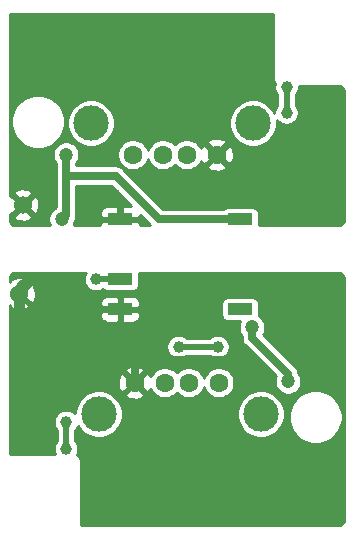
<source format=gbr>
G04 #@! TF.GenerationSoftware,KiCad,Pcbnew,5.1.5+dfsg1-2build2*
G04 #@! TF.CreationDate,2021-01-26T01:31:42+03:00*
G04 #@! TF.ProjectId,usb_ISO,7573625f-4953-44f2-9e6b-696361645f70,rev?*
G04 #@! TF.SameCoordinates,Original*
G04 #@! TF.FileFunction,Copper,L2,Bot*
G04 #@! TF.FilePolarity,Positive*
%FSLAX46Y46*%
G04 Gerber Fmt 4.6, Leading zero omitted, Abs format (unit mm)*
G04 Created by KiCad (PCBNEW 5.1.5+dfsg1-2build2) date 2021-01-26 01:31:42*
%MOMM*%
%LPD*%
G04 APERTURE LIST*
%ADD10R,2.100580X1.000760*%
%ADD11C,2.999740*%
%ADD12C,1.600000*%
%ADD13C,1.524000*%
%ADD14C,1.200000*%
%ADD15C,1.000000*%
%ADD16C,1.000000*%
%ADD17C,0.700000*%
%ADD18C,0.500000*%
%ADD19C,0.900000*%
%ADD20C,0.254000*%
G04 APERTURE END LIST*
D10*
X120015000Y-91440000D03*
X120015000Y-83820000D03*
X109855000Y-83820000D03*
X109855000Y-88900000D03*
X109855000Y-91440000D03*
D11*
X121762000Y-100313000D03*
X108046000Y-100313000D03*
D12*
X118206000Y-97646000D03*
X115666000Y-97646000D03*
X113634000Y-97646000D03*
X111094000Y-97646000D03*
X118046500Y-78342000D03*
X115506500Y-78342000D03*
X113474500Y-78342000D03*
X110934500Y-78342000D03*
D11*
X121094500Y-75675000D03*
X107378500Y-75675000D03*
D13*
X101623000Y-82610000D03*
X101323000Y-90110000D03*
D14*
X103886000Y-95123000D03*
X102235000Y-100965000D03*
X119761000Y-94615000D03*
X121031000Y-92964000D03*
X124079000Y-97536000D03*
X105283000Y-78359000D03*
X104902000Y-83820000D03*
X125476000Y-80899000D03*
X120396000Y-81915000D03*
X127127000Y-74803000D03*
X108839000Y-81534000D03*
D15*
X123952000Y-72644000D03*
X123952000Y-74803000D03*
X107823000Y-88900000D03*
X114808000Y-94615000D03*
X118110000Y-94615000D03*
X105283000Y-103251000D03*
X105283000Y-100965000D03*
D16*
X102108000Y-100838000D02*
X102235000Y-100965000D01*
D17*
X113538000Y-95758000D02*
X119380000Y-95758000D01*
X119761000Y-95377000D02*
X119761000Y-94615000D01*
X119380000Y-95758000D02*
X119761000Y-95377000D01*
X113538000Y-95758000D02*
X106299000Y-95758000D01*
X106299000Y-95758000D02*
X104394000Y-95758000D01*
X104394000Y-95758000D02*
X103886000Y-95250000D01*
X103886000Y-95250000D02*
X103886000Y-95123000D01*
X111094000Y-97646000D02*
X111094000Y-95789000D01*
X111094000Y-95789000D02*
X111125000Y-95758000D01*
D18*
X106018710Y-89154000D02*
X101600000Y-89154000D01*
X101323000Y-89431000D02*
X101323000Y-90110000D01*
X108304710Y-91440000D02*
X106018710Y-89154000D01*
X101600000Y-89154000D02*
X101323000Y-89431000D01*
X109855000Y-91440000D02*
X108304710Y-91440000D01*
D19*
X101323000Y-90110000D02*
X101323000Y-99989500D01*
X101323000Y-99989500D02*
X102235000Y-100901500D01*
X103886000Y-95123000D02*
X101346000Y-95123000D01*
D17*
X121031000Y-92964000D02*
X121031000Y-93853000D01*
X121031000Y-93853000D02*
X124079000Y-96901000D01*
X124079000Y-96901000D02*
X124079000Y-97409000D01*
X124079000Y-97409000D02*
X124079000Y-97536000D01*
X105283000Y-83439000D02*
X104902000Y-83820000D01*
X105283000Y-78359000D02*
X105283000Y-83439000D01*
X120015000Y-83820000D02*
X114935000Y-83820000D01*
X107315000Y-80137000D02*
X109474000Y-80137000D01*
X107315000Y-80137000D02*
X105283000Y-80137000D01*
X109474000Y-80137000D02*
X113157000Y-83820000D01*
X113157000Y-83820000D02*
X115570000Y-83820000D01*
D18*
X109855000Y-83820000D02*
X109855000Y-81915000D01*
X109474000Y-81534000D02*
X108839000Y-81534000D01*
X109855000Y-81915000D02*
X109474000Y-81534000D01*
D16*
X127127000Y-74803000D02*
X127127000Y-80010000D01*
X127127000Y-80010000D02*
X126365000Y-80772000D01*
X126365000Y-80858528D02*
X126324528Y-80899000D01*
X126365000Y-80772000D02*
X126365000Y-80858528D01*
X126324528Y-80899000D02*
X125476000Y-80899000D01*
X125476000Y-80899000D02*
X120904000Y-80899000D01*
X120904000Y-80899000D02*
X120396000Y-81407000D01*
X120396000Y-81407000D02*
X120396000Y-81788000D01*
D18*
X123952000Y-72644000D02*
X123952000Y-74803000D01*
X109855000Y-88900000D02*
X107823000Y-88900000D01*
X114808000Y-94615000D02*
X118110000Y-94615000D01*
X105283000Y-103251000D02*
X105283000Y-100965000D01*
D20*
G36*
X110778791Y-82682056D02*
G01*
X110140750Y-82684620D01*
X109982000Y-82843370D01*
X109982000Y-83693000D01*
X111381540Y-83693000D01*
X111540290Y-83534250D01*
X111541570Y-83444835D01*
X112424735Y-84328000D01*
X111542612Y-84328000D01*
X111543362Y-84320380D01*
X111540290Y-84105750D01*
X111381540Y-83947000D01*
X109982000Y-83947000D01*
X109982000Y-83967000D01*
X109728000Y-83967000D01*
X109728000Y-83947000D01*
X108328460Y-83947000D01*
X108169710Y-84105750D01*
X108166638Y-84320380D01*
X108167388Y-84328000D01*
X105911435Y-84328000D01*
X105985690Y-84148734D01*
X106029000Y-83931000D01*
X106029000Y-83903760D01*
X106097162Y-83776237D01*
X106147310Y-83610922D01*
X106160000Y-83482079D01*
X106160000Y-83482070D01*
X106164242Y-83439001D01*
X106160000Y-83395931D01*
X106160000Y-83319620D01*
X108166638Y-83319620D01*
X108169710Y-83534250D01*
X108328460Y-83693000D01*
X109728000Y-83693000D01*
X109728000Y-82843370D01*
X109569250Y-82684620D01*
X108804710Y-82681548D01*
X108680228Y-82693808D01*
X108560530Y-82730118D01*
X108450216Y-82789083D01*
X108353525Y-82868435D01*
X108274173Y-82965126D01*
X108215208Y-83075440D01*
X108178898Y-83195138D01*
X108166638Y-83319620D01*
X106160000Y-83319620D01*
X106160000Y-81014000D01*
X109110735Y-81014000D01*
X110778791Y-82682056D01*
G37*
X110778791Y-82682056D02*
X110140750Y-82684620D01*
X109982000Y-82843370D01*
X109982000Y-83693000D01*
X111381540Y-83693000D01*
X111540290Y-83534250D01*
X111541570Y-83444835D01*
X112424735Y-84328000D01*
X111542612Y-84328000D01*
X111543362Y-84320380D01*
X111540290Y-84105750D01*
X111381540Y-83947000D01*
X109982000Y-83947000D01*
X109982000Y-83967000D01*
X109728000Y-83967000D01*
X109728000Y-83947000D01*
X108328460Y-83947000D01*
X108169710Y-84105750D01*
X108166638Y-84320380D01*
X108167388Y-84328000D01*
X105911435Y-84328000D01*
X105985690Y-84148734D01*
X106029000Y-83931000D01*
X106029000Y-83903760D01*
X106097162Y-83776237D01*
X106147310Y-83610922D01*
X106160000Y-83482079D01*
X106160000Y-83482070D01*
X106164242Y-83439001D01*
X106160000Y-83395931D01*
X106160000Y-83319620D01*
X108166638Y-83319620D01*
X108169710Y-83534250D01*
X108328460Y-83693000D01*
X109728000Y-83693000D01*
X109728000Y-82843370D01*
X109569250Y-82684620D01*
X108804710Y-82681548D01*
X108680228Y-82693808D01*
X108560530Y-82730118D01*
X108450216Y-82789083D01*
X108353525Y-82868435D01*
X108274173Y-82965126D01*
X108215208Y-83075440D01*
X108178898Y-83195138D01*
X108166638Y-83319620D01*
X106160000Y-83319620D01*
X106160000Y-81014000D01*
X109110735Y-81014000D01*
X110778791Y-82682056D01*
G36*
X122773000Y-71769206D02*
G01*
X122769967Y-71800000D01*
X122782073Y-71922913D01*
X122817925Y-72041103D01*
X122876147Y-72150028D01*
X122925557Y-72210235D01*
X122954499Y-72245501D01*
X122992522Y-72276705D01*
X122964467Y-72344435D01*
X122925000Y-72542849D01*
X122925000Y-72745151D01*
X122964467Y-72943565D01*
X123041885Y-73130467D01*
X123154277Y-73298674D01*
X123175000Y-73319397D01*
X123175001Y-74127602D01*
X123154277Y-74148326D01*
X123041885Y-74316533D01*
X122964467Y-74503435D01*
X122925000Y-74701849D01*
X122925000Y-74797751D01*
X122890689Y-74714917D01*
X122668873Y-74382946D01*
X122386554Y-74100627D01*
X122054583Y-73878811D01*
X121685716Y-73726022D01*
X121294129Y-73648130D01*
X120894871Y-73648130D01*
X120503284Y-73726022D01*
X120134417Y-73878811D01*
X119802446Y-74100627D01*
X119520127Y-74382946D01*
X119298311Y-74714917D01*
X119145522Y-75083784D01*
X119067630Y-75475371D01*
X119067630Y-75874629D01*
X119145522Y-76266216D01*
X119298311Y-76635083D01*
X119520127Y-76967054D01*
X119802446Y-77249373D01*
X120134417Y-77471189D01*
X120503284Y-77623978D01*
X120894871Y-77701870D01*
X121294129Y-77701870D01*
X121685716Y-77623978D01*
X122054583Y-77471189D01*
X122386554Y-77249373D01*
X122668873Y-76967054D01*
X122890689Y-76635083D01*
X123043478Y-76266216D01*
X123121370Y-75874629D01*
X123121370Y-75475371D01*
X123102409Y-75380048D01*
X123154277Y-75457674D01*
X123297326Y-75600723D01*
X123465533Y-75713115D01*
X123652435Y-75790533D01*
X123850849Y-75830000D01*
X124053151Y-75830000D01*
X124251565Y-75790533D01*
X124438467Y-75713115D01*
X124606674Y-75600723D01*
X124749723Y-75457674D01*
X124862115Y-75289467D01*
X124939533Y-75102565D01*
X124979000Y-74904151D01*
X124979000Y-74701849D01*
X124939533Y-74503435D01*
X124862115Y-74316533D01*
X124749723Y-74148326D01*
X124729000Y-74127603D01*
X124729000Y-73319397D01*
X124749723Y-73298674D01*
X124862115Y-73130467D01*
X124939533Y-72943565D01*
X124979000Y-72745151D01*
X124979000Y-72542849D01*
X124973858Y-72517000D01*
X128452394Y-72517000D01*
X128773001Y-72837607D01*
X128773001Y-84007393D01*
X128452394Y-84328000D01*
X121594089Y-84328000D01*
X121594839Y-84320380D01*
X121594839Y-83319620D01*
X121584664Y-83216310D01*
X121554529Y-83116970D01*
X121505594Y-83025418D01*
X121439738Y-82945172D01*
X121359492Y-82879316D01*
X121267940Y-82830381D01*
X121168600Y-82800246D01*
X121065290Y-82790071D01*
X118964710Y-82790071D01*
X118861400Y-82800246D01*
X118762060Y-82830381D01*
X118670508Y-82879316D01*
X118592909Y-82943000D01*
X113520265Y-82943000D01*
X110124597Y-79547332D01*
X110097133Y-79513867D01*
X109963592Y-79404273D01*
X109811237Y-79322838D01*
X109645922Y-79272690D01*
X109517079Y-79260000D01*
X109474000Y-79255757D01*
X109430921Y-79260000D01*
X106160000Y-79260000D01*
X106160000Y-79075023D01*
X106281734Y-78892835D01*
X106366690Y-78687734D01*
X106410000Y-78470000D01*
X106410000Y-78248000D01*
X106402701Y-78211302D01*
X109607500Y-78211302D01*
X109607500Y-78472698D01*
X109658496Y-78729072D01*
X109758528Y-78970570D01*
X109903752Y-79187913D01*
X110088587Y-79372748D01*
X110305930Y-79517972D01*
X110547428Y-79618004D01*
X110803802Y-79669000D01*
X111065198Y-79669000D01*
X111321572Y-79618004D01*
X111563070Y-79517972D01*
X111780413Y-79372748D01*
X111965248Y-79187913D01*
X112110472Y-78970570D01*
X112204500Y-78743567D01*
X112298528Y-78970570D01*
X112443752Y-79187913D01*
X112628587Y-79372748D01*
X112845930Y-79517972D01*
X113087428Y-79618004D01*
X113343802Y-79669000D01*
X113605198Y-79669000D01*
X113861572Y-79618004D01*
X114103070Y-79517972D01*
X114320413Y-79372748D01*
X114490500Y-79202661D01*
X114660587Y-79372748D01*
X114877930Y-79517972D01*
X115119428Y-79618004D01*
X115375802Y-79669000D01*
X115637198Y-79669000D01*
X115893572Y-79618004D01*
X116135070Y-79517972D01*
X116352413Y-79372748D01*
X116390459Y-79334702D01*
X117233403Y-79334702D01*
X117304986Y-79578671D01*
X117560496Y-79699571D01*
X117834684Y-79768300D01*
X118117012Y-79782217D01*
X118396630Y-79740787D01*
X118662792Y-79645603D01*
X118788014Y-79578671D01*
X118859597Y-79334702D01*
X118046500Y-78521605D01*
X117233403Y-79334702D01*
X116390459Y-79334702D01*
X116537248Y-79187913D01*
X116682472Y-78970570D01*
X116717256Y-78886593D01*
X116742897Y-78958292D01*
X116809829Y-79083514D01*
X117053798Y-79155097D01*
X117866895Y-78342000D01*
X118226105Y-78342000D01*
X119039202Y-79155097D01*
X119283171Y-79083514D01*
X119404071Y-78828004D01*
X119472800Y-78553816D01*
X119486717Y-78271488D01*
X119445287Y-77991870D01*
X119350103Y-77725708D01*
X119283171Y-77600486D01*
X119039202Y-77528903D01*
X118226105Y-78342000D01*
X117866895Y-78342000D01*
X117053798Y-77528903D01*
X116809829Y-77600486D01*
X116716974Y-77796725D01*
X116682472Y-77713430D01*
X116537248Y-77496087D01*
X116390459Y-77349298D01*
X117233403Y-77349298D01*
X118046500Y-78162395D01*
X118859597Y-77349298D01*
X118788014Y-77105329D01*
X118532504Y-76984429D01*
X118258316Y-76915700D01*
X117975988Y-76901783D01*
X117696370Y-76943213D01*
X117430208Y-77038397D01*
X117304986Y-77105329D01*
X117233403Y-77349298D01*
X116390459Y-77349298D01*
X116352413Y-77311252D01*
X116135070Y-77166028D01*
X115893572Y-77065996D01*
X115637198Y-77015000D01*
X115375802Y-77015000D01*
X115119428Y-77065996D01*
X114877930Y-77166028D01*
X114660587Y-77311252D01*
X114490500Y-77481339D01*
X114320413Y-77311252D01*
X114103070Y-77166028D01*
X113861572Y-77065996D01*
X113605198Y-77015000D01*
X113343802Y-77015000D01*
X113087428Y-77065996D01*
X112845930Y-77166028D01*
X112628587Y-77311252D01*
X112443752Y-77496087D01*
X112298528Y-77713430D01*
X112204500Y-77940433D01*
X112110472Y-77713430D01*
X111965248Y-77496087D01*
X111780413Y-77311252D01*
X111563070Y-77166028D01*
X111321572Y-77065996D01*
X111065198Y-77015000D01*
X110803802Y-77015000D01*
X110547428Y-77065996D01*
X110305930Y-77166028D01*
X110088587Y-77311252D01*
X109903752Y-77496087D01*
X109758528Y-77713430D01*
X109658496Y-77954928D01*
X109607500Y-78211302D01*
X106402701Y-78211302D01*
X106366690Y-78030266D01*
X106281734Y-77825165D01*
X106158398Y-77640579D01*
X106001421Y-77483602D01*
X105816835Y-77360266D01*
X105611734Y-77275310D01*
X105394000Y-77232000D01*
X105172000Y-77232000D01*
X104954266Y-77275310D01*
X104749165Y-77360266D01*
X104564579Y-77483602D01*
X104407602Y-77640579D01*
X104284266Y-77825165D01*
X104199310Y-78030266D01*
X104156000Y-78248000D01*
X104156000Y-78470000D01*
X104199310Y-78687734D01*
X104284266Y-78892835D01*
X104406000Y-79075024D01*
X104406000Y-80093917D01*
X104401757Y-80137000D01*
X104406000Y-80180083D01*
X104406001Y-82805594D01*
X104368165Y-82821266D01*
X104183579Y-82944602D01*
X104026602Y-83101579D01*
X103903266Y-83286165D01*
X103818310Y-83491266D01*
X103775000Y-83709000D01*
X103775000Y-83931000D01*
X103818310Y-84148734D01*
X103892565Y-84328000D01*
X100782606Y-84328000D01*
X100527000Y-84072394D01*
X100527000Y-83575565D01*
X100837040Y-83575565D01*
X100904020Y-83815656D01*
X101153048Y-83932756D01*
X101420135Y-83999023D01*
X101695017Y-84011910D01*
X101967133Y-83970922D01*
X102226023Y-83877636D01*
X102341980Y-83815656D01*
X102408960Y-83575565D01*
X101623000Y-82789605D01*
X100837040Y-83575565D01*
X100527000Y-83575565D01*
X100527000Y-83359572D01*
X100657435Y-83395960D01*
X101443395Y-82610000D01*
X101802605Y-82610000D01*
X102588565Y-83395960D01*
X102828656Y-83328980D01*
X102945756Y-83079952D01*
X103012023Y-82812865D01*
X103024910Y-82537983D01*
X102983922Y-82265867D01*
X102890636Y-82006977D01*
X102828656Y-81891020D01*
X102588565Y-81824040D01*
X101802605Y-82610000D01*
X101443395Y-82610000D01*
X100657435Y-81824040D01*
X100527000Y-81860428D01*
X100527000Y-81644435D01*
X100837040Y-81644435D01*
X101623000Y-82430395D01*
X102408960Y-81644435D01*
X102341980Y-81404344D01*
X102092952Y-81287244D01*
X101825865Y-81220977D01*
X101550983Y-81208090D01*
X101278867Y-81249078D01*
X101019977Y-81342364D01*
X100904020Y-81404344D01*
X100837040Y-81644435D01*
X100527000Y-81644435D01*
X100527000Y-75324855D01*
X100614061Y-75324855D01*
X100614061Y-75775145D01*
X100701908Y-76216784D01*
X100874227Y-76632798D01*
X101124395Y-77007201D01*
X101442799Y-77325605D01*
X101817202Y-77575773D01*
X102233216Y-77748092D01*
X102674855Y-77835939D01*
X103125145Y-77835939D01*
X103566784Y-77748092D01*
X103982798Y-77575773D01*
X104357201Y-77325605D01*
X104675605Y-77007201D01*
X104925773Y-76632798D01*
X105098092Y-76216784D01*
X105185939Y-75775145D01*
X105185939Y-75475371D01*
X105351630Y-75475371D01*
X105351630Y-75874629D01*
X105429522Y-76266216D01*
X105582311Y-76635083D01*
X105804127Y-76967054D01*
X106086446Y-77249373D01*
X106418417Y-77471189D01*
X106787284Y-77623978D01*
X107178871Y-77701870D01*
X107578129Y-77701870D01*
X107969716Y-77623978D01*
X108338583Y-77471189D01*
X108670554Y-77249373D01*
X108952873Y-76967054D01*
X109174689Y-76635083D01*
X109327478Y-76266216D01*
X109405370Y-75874629D01*
X109405370Y-75475371D01*
X109327478Y-75083784D01*
X109174689Y-74714917D01*
X108952873Y-74382946D01*
X108670554Y-74100627D01*
X108338583Y-73878811D01*
X107969716Y-73726022D01*
X107578129Y-73648130D01*
X107178871Y-73648130D01*
X106787284Y-73726022D01*
X106418417Y-73878811D01*
X106086446Y-74100627D01*
X105804127Y-74382946D01*
X105582311Y-74714917D01*
X105429522Y-75083784D01*
X105351630Y-75475371D01*
X105185939Y-75475371D01*
X105185939Y-75324855D01*
X105098092Y-74883216D01*
X104925773Y-74467202D01*
X104675605Y-74092799D01*
X104357201Y-73774395D01*
X103982798Y-73524227D01*
X103566784Y-73351908D01*
X103125145Y-73264061D01*
X102674855Y-73264061D01*
X102233216Y-73351908D01*
X101817202Y-73524227D01*
X101442799Y-73774395D01*
X101124395Y-74092799D01*
X100874227Y-74467202D01*
X100701908Y-74883216D01*
X100614061Y-75324855D01*
X100527000Y-75324855D01*
X100527000Y-66427000D01*
X122773001Y-66427000D01*
X122773000Y-71769206D01*
G37*
X122773000Y-71769206D02*
X122769967Y-71800000D01*
X122782073Y-71922913D01*
X122817925Y-72041103D01*
X122876147Y-72150028D01*
X122925557Y-72210235D01*
X122954499Y-72245501D01*
X122992522Y-72276705D01*
X122964467Y-72344435D01*
X122925000Y-72542849D01*
X122925000Y-72745151D01*
X122964467Y-72943565D01*
X123041885Y-73130467D01*
X123154277Y-73298674D01*
X123175000Y-73319397D01*
X123175001Y-74127602D01*
X123154277Y-74148326D01*
X123041885Y-74316533D01*
X122964467Y-74503435D01*
X122925000Y-74701849D01*
X122925000Y-74797751D01*
X122890689Y-74714917D01*
X122668873Y-74382946D01*
X122386554Y-74100627D01*
X122054583Y-73878811D01*
X121685716Y-73726022D01*
X121294129Y-73648130D01*
X120894871Y-73648130D01*
X120503284Y-73726022D01*
X120134417Y-73878811D01*
X119802446Y-74100627D01*
X119520127Y-74382946D01*
X119298311Y-74714917D01*
X119145522Y-75083784D01*
X119067630Y-75475371D01*
X119067630Y-75874629D01*
X119145522Y-76266216D01*
X119298311Y-76635083D01*
X119520127Y-76967054D01*
X119802446Y-77249373D01*
X120134417Y-77471189D01*
X120503284Y-77623978D01*
X120894871Y-77701870D01*
X121294129Y-77701870D01*
X121685716Y-77623978D01*
X122054583Y-77471189D01*
X122386554Y-77249373D01*
X122668873Y-76967054D01*
X122890689Y-76635083D01*
X123043478Y-76266216D01*
X123121370Y-75874629D01*
X123121370Y-75475371D01*
X123102409Y-75380048D01*
X123154277Y-75457674D01*
X123297326Y-75600723D01*
X123465533Y-75713115D01*
X123652435Y-75790533D01*
X123850849Y-75830000D01*
X124053151Y-75830000D01*
X124251565Y-75790533D01*
X124438467Y-75713115D01*
X124606674Y-75600723D01*
X124749723Y-75457674D01*
X124862115Y-75289467D01*
X124939533Y-75102565D01*
X124979000Y-74904151D01*
X124979000Y-74701849D01*
X124939533Y-74503435D01*
X124862115Y-74316533D01*
X124749723Y-74148326D01*
X124729000Y-74127603D01*
X124729000Y-73319397D01*
X124749723Y-73298674D01*
X124862115Y-73130467D01*
X124939533Y-72943565D01*
X124979000Y-72745151D01*
X124979000Y-72542849D01*
X124973858Y-72517000D01*
X128452394Y-72517000D01*
X128773001Y-72837607D01*
X128773001Y-84007393D01*
X128452394Y-84328000D01*
X121594089Y-84328000D01*
X121594839Y-84320380D01*
X121594839Y-83319620D01*
X121584664Y-83216310D01*
X121554529Y-83116970D01*
X121505594Y-83025418D01*
X121439738Y-82945172D01*
X121359492Y-82879316D01*
X121267940Y-82830381D01*
X121168600Y-82800246D01*
X121065290Y-82790071D01*
X118964710Y-82790071D01*
X118861400Y-82800246D01*
X118762060Y-82830381D01*
X118670508Y-82879316D01*
X118592909Y-82943000D01*
X113520265Y-82943000D01*
X110124597Y-79547332D01*
X110097133Y-79513867D01*
X109963592Y-79404273D01*
X109811237Y-79322838D01*
X109645922Y-79272690D01*
X109517079Y-79260000D01*
X109474000Y-79255757D01*
X109430921Y-79260000D01*
X106160000Y-79260000D01*
X106160000Y-79075023D01*
X106281734Y-78892835D01*
X106366690Y-78687734D01*
X106410000Y-78470000D01*
X106410000Y-78248000D01*
X106402701Y-78211302D01*
X109607500Y-78211302D01*
X109607500Y-78472698D01*
X109658496Y-78729072D01*
X109758528Y-78970570D01*
X109903752Y-79187913D01*
X110088587Y-79372748D01*
X110305930Y-79517972D01*
X110547428Y-79618004D01*
X110803802Y-79669000D01*
X111065198Y-79669000D01*
X111321572Y-79618004D01*
X111563070Y-79517972D01*
X111780413Y-79372748D01*
X111965248Y-79187913D01*
X112110472Y-78970570D01*
X112204500Y-78743567D01*
X112298528Y-78970570D01*
X112443752Y-79187913D01*
X112628587Y-79372748D01*
X112845930Y-79517972D01*
X113087428Y-79618004D01*
X113343802Y-79669000D01*
X113605198Y-79669000D01*
X113861572Y-79618004D01*
X114103070Y-79517972D01*
X114320413Y-79372748D01*
X114490500Y-79202661D01*
X114660587Y-79372748D01*
X114877930Y-79517972D01*
X115119428Y-79618004D01*
X115375802Y-79669000D01*
X115637198Y-79669000D01*
X115893572Y-79618004D01*
X116135070Y-79517972D01*
X116352413Y-79372748D01*
X116390459Y-79334702D01*
X117233403Y-79334702D01*
X117304986Y-79578671D01*
X117560496Y-79699571D01*
X117834684Y-79768300D01*
X118117012Y-79782217D01*
X118396630Y-79740787D01*
X118662792Y-79645603D01*
X118788014Y-79578671D01*
X118859597Y-79334702D01*
X118046500Y-78521605D01*
X117233403Y-79334702D01*
X116390459Y-79334702D01*
X116537248Y-79187913D01*
X116682472Y-78970570D01*
X116717256Y-78886593D01*
X116742897Y-78958292D01*
X116809829Y-79083514D01*
X117053798Y-79155097D01*
X117866895Y-78342000D01*
X118226105Y-78342000D01*
X119039202Y-79155097D01*
X119283171Y-79083514D01*
X119404071Y-78828004D01*
X119472800Y-78553816D01*
X119486717Y-78271488D01*
X119445287Y-77991870D01*
X119350103Y-77725708D01*
X119283171Y-77600486D01*
X119039202Y-77528903D01*
X118226105Y-78342000D01*
X117866895Y-78342000D01*
X117053798Y-77528903D01*
X116809829Y-77600486D01*
X116716974Y-77796725D01*
X116682472Y-77713430D01*
X116537248Y-77496087D01*
X116390459Y-77349298D01*
X117233403Y-77349298D01*
X118046500Y-78162395D01*
X118859597Y-77349298D01*
X118788014Y-77105329D01*
X118532504Y-76984429D01*
X118258316Y-76915700D01*
X117975988Y-76901783D01*
X117696370Y-76943213D01*
X117430208Y-77038397D01*
X117304986Y-77105329D01*
X117233403Y-77349298D01*
X116390459Y-77349298D01*
X116352413Y-77311252D01*
X116135070Y-77166028D01*
X115893572Y-77065996D01*
X115637198Y-77015000D01*
X115375802Y-77015000D01*
X115119428Y-77065996D01*
X114877930Y-77166028D01*
X114660587Y-77311252D01*
X114490500Y-77481339D01*
X114320413Y-77311252D01*
X114103070Y-77166028D01*
X113861572Y-77065996D01*
X113605198Y-77015000D01*
X113343802Y-77015000D01*
X113087428Y-77065996D01*
X112845930Y-77166028D01*
X112628587Y-77311252D01*
X112443752Y-77496087D01*
X112298528Y-77713430D01*
X112204500Y-77940433D01*
X112110472Y-77713430D01*
X111965248Y-77496087D01*
X111780413Y-77311252D01*
X111563070Y-77166028D01*
X111321572Y-77065996D01*
X111065198Y-77015000D01*
X110803802Y-77015000D01*
X110547428Y-77065996D01*
X110305930Y-77166028D01*
X110088587Y-77311252D01*
X109903752Y-77496087D01*
X109758528Y-77713430D01*
X109658496Y-77954928D01*
X109607500Y-78211302D01*
X106402701Y-78211302D01*
X106366690Y-78030266D01*
X106281734Y-77825165D01*
X106158398Y-77640579D01*
X106001421Y-77483602D01*
X105816835Y-77360266D01*
X105611734Y-77275310D01*
X105394000Y-77232000D01*
X105172000Y-77232000D01*
X104954266Y-77275310D01*
X104749165Y-77360266D01*
X104564579Y-77483602D01*
X104407602Y-77640579D01*
X104284266Y-77825165D01*
X104199310Y-78030266D01*
X104156000Y-78248000D01*
X104156000Y-78470000D01*
X104199310Y-78687734D01*
X104284266Y-78892835D01*
X104406000Y-79075024D01*
X104406000Y-80093917D01*
X104401757Y-80137000D01*
X104406000Y-80180083D01*
X104406001Y-82805594D01*
X104368165Y-82821266D01*
X104183579Y-82944602D01*
X104026602Y-83101579D01*
X103903266Y-83286165D01*
X103818310Y-83491266D01*
X103775000Y-83709000D01*
X103775000Y-83931000D01*
X103818310Y-84148734D01*
X103892565Y-84328000D01*
X100782606Y-84328000D01*
X100527000Y-84072394D01*
X100527000Y-83575565D01*
X100837040Y-83575565D01*
X100904020Y-83815656D01*
X101153048Y-83932756D01*
X101420135Y-83999023D01*
X101695017Y-84011910D01*
X101967133Y-83970922D01*
X102226023Y-83877636D01*
X102341980Y-83815656D01*
X102408960Y-83575565D01*
X101623000Y-82789605D01*
X100837040Y-83575565D01*
X100527000Y-83575565D01*
X100527000Y-83359572D01*
X100657435Y-83395960D01*
X101443395Y-82610000D01*
X101802605Y-82610000D01*
X102588565Y-83395960D01*
X102828656Y-83328980D01*
X102945756Y-83079952D01*
X103012023Y-82812865D01*
X103024910Y-82537983D01*
X102983922Y-82265867D01*
X102890636Y-82006977D01*
X102828656Y-81891020D01*
X102588565Y-81824040D01*
X101802605Y-82610000D01*
X101443395Y-82610000D01*
X100657435Y-81824040D01*
X100527000Y-81860428D01*
X100527000Y-81644435D01*
X100837040Y-81644435D01*
X101623000Y-82430395D01*
X102408960Y-81644435D01*
X102341980Y-81404344D01*
X102092952Y-81287244D01*
X101825865Y-81220977D01*
X101550983Y-81208090D01*
X101278867Y-81249078D01*
X101019977Y-81342364D01*
X100904020Y-81404344D01*
X100837040Y-81644435D01*
X100527000Y-81644435D01*
X100527000Y-75324855D01*
X100614061Y-75324855D01*
X100614061Y-75775145D01*
X100701908Y-76216784D01*
X100874227Y-76632798D01*
X101124395Y-77007201D01*
X101442799Y-77325605D01*
X101817202Y-77575773D01*
X102233216Y-77748092D01*
X102674855Y-77835939D01*
X103125145Y-77835939D01*
X103566784Y-77748092D01*
X103982798Y-77575773D01*
X104357201Y-77325605D01*
X104675605Y-77007201D01*
X104925773Y-76632798D01*
X105098092Y-76216784D01*
X105185939Y-75775145D01*
X105185939Y-75475371D01*
X105351630Y-75475371D01*
X105351630Y-75874629D01*
X105429522Y-76266216D01*
X105582311Y-76635083D01*
X105804127Y-76967054D01*
X106086446Y-77249373D01*
X106418417Y-77471189D01*
X106787284Y-77623978D01*
X107178871Y-77701870D01*
X107578129Y-77701870D01*
X107969716Y-77623978D01*
X108338583Y-77471189D01*
X108670554Y-77249373D01*
X108952873Y-76967054D01*
X109174689Y-76635083D01*
X109327478Y-76266216D01*
X109405370Y-75874629D01*
X109405370Y-75475371D01*
X109327478Y-75083784D01*
X109174689Y-74714917D01*
X108952873Y-74382946D01*
X108670554Y-74100627D01*
X108338583Y-73878811D01*
X107969716Y-73726022D01*
X107578129Y-73648130D01*
X107178871Y-73648130D01*
X106787284Y-73726022D01*
X106418417Y-73878811D01*
X106086446Y-74100627D01*
X105804127Y-74382946D01*
X105582311Y-74714917D01*
X105429522Y-75083784D01*
X105351630Y-75475371D01*
X105185939Y-75475371D01*
X105185939Y-75324855D01*
X105098092Y-74883216D01*
X104925773Y-74467202D01*
X104675605Y-74092799D01*
X104357201Y-73774395D01*
X103982798Y-73524227D01*
X103566784Y-73351908D01*
X103125145Y-73264061D01*
X102674855Y-73264061D01*
X102233216Y-73351908D01*
X101817202Y-73524227D01*
X101442799Y-73774395D01*
X101124395Y-74092799D01*
X100874227Y-74467202D01*
X100701908Y-74883216D01*
X100614061Y-75324855D01*
X100527000Y-75324855D01*
X100527000Y-66427000D01*
X122773001Y-66427000D01*
X122773000Y-71769206D01*
G36*
X106912885Y-88413533D02*
G01*
X106835467Y-88600435D01*
X106796000Y-88798849D01*
X106796000Y-89001151D01*
X106835467Y-89199565D01*
X106912885Y-89386467D01*
X107025277Y-89554674D01*
X107168326Y-89697723D01*
X107336533Y-89810115D01*
X107523435Y-89887533D01*
X107721849Y-89927000D01*
X107924151Y-89927000D01*
X108122565Y-89887533D01*
X108309467Y-89810115D01*
X108406185Y-89745490D01*
X108430262Y-89774828D01*
X108510508Y-89840684D01*
X108602060Y-89889619D01*
X108701400Y-89919754D01*
X108804710Y-89929929D01*
X110905290Y-89929929D01*
X111008600Y-89919754D01*
X111107940Y-89889619D01*
X111199492Y-89840684D01*
X111279738Y-89774828D01*
X111345594Y-89694582D01*
X111394529Y-89603030D01*
X111424664Y-89503690D01*
X111434839Y-89400380D01*
X111434839Y-88399620D01*
X111434089Y-88392000D01*
X128452394Y-88392000D01*
X128773001Y-88712607D01*
X128773000Y-109407394D01*
X128507394Y-109673000D01*
X106527000Y-109673000D01*
X106527000Y-104330794D01*
X106530033Y-104300000D01*
X106517927Y-104177087D01*
X106482075Y-104058897D01*
X106423853Y-103949972D01*
X106345501Y-103854499D01*
X106250028Y-103776147D01*
X106189049Y-103743553D01*
X106193115Y-103737467D01*
X106270533Y-103550565D01*
X106310000Y-103352151D01*
X106310000Y-103149849D01*
X106270533Y-102951435D01*
X106193115Y-102764533D01*
X106080723Y-102596326D01*
X106060000Y-102575603D01*
X106060000Y-101640397D01*
X106080723Y-101619674D01*
X106193115Y-101451467D01*
X106260425Y-101288968D01*
X106471627Y-101605054D01*
X106753946Y-101887373D01*
X107085917Y-102109189D01*
X107454784Y-102261978D01*
X107846371Y-102339870D01*
X108245629Y-102339870D01*
X108637216Y-102261978D01*
X109006083Y-102109189D01*
X109338054Y-101887373D01*
X109620373Y-101605054D01*
X109842189Y-101273083D01*
X109994978Y-100904216D01*
X110072870Y-100512629D01*
X110072870Y-100113371D01*
X119735130Y-100113371D01*
X119735130Y-100512629D01*
X119813022Y-100904216D01*
X119965811Y-101273083D01*
X120187627Y-101605054D01*
X120469946Y-101887373D01*
X120801917Y-102109189D01*
X121170784Y-102261978D01*
X121562371Y-102339870D01*
X121961629Y-102339870D01*
X122353216Y-102261978D01*
X122722083Y-102109189D01*
X123054054Y-101887373D01*
X123336373Y-101605054D01*
X123558189Y-101273083D01*
X123710978Y-100904216D01*
X123788870Y-100512629D01*
X123788870Y-100324855D01*
X124114061Y-100324855D01*
X124114061Y-100775145D01*
X124201908Y-101216784D01*
X124374227Y-101632798D01*
X124624395Y-102007201D01*
X124942799Y-102325605D01*
X125317202Y-102575773D01*
X125733216Y-102748092D01*
X126174855Y-102835939D01*
X126625145Y-102835939D01*
X127066784Y-102748092D01*
X127482798Y-102575773D01*
X127857201Y-102325605D01*
X128175605Y-102007201D01*
X128425773Y-101632798D01*
X128598092Y-101216784D01*
X128685939Y-100775145D01*
X128685939Y-100324855D01*
X128598092Y-99883216D01*
X128425773Y-99467202D01*
X128175605Y-99092799D01*
X127857201Y-98774395D01*
X127482798Y-98524227D01*
X127066784Y-98351908D01*
X126625145Y-98264061D01*
X126174855Y-98264061D01*
X125733216Y-98351908D01*
X125317202Y-98524227D01*
X124942799Y-98774395D01*
X124624395Y-99092799D01*
X124374227Y-99467202D01*
X124201908Y-99883216D01*
X124114061Y-100324855D01*
X123788870Y-100324855D01*
X123788870Y-100113371D01*
X123710978Y-99721784D01*
X123558189Y-99352917D01*
X123336373Y-99020946D01*
X123054054Y-98738627D01*
X122722083Y-98516811D01*
X122353216Y-98364022D01*
X121961629Y-98286130D01*
X121562371Y-98286130D01*
X121170784Y-98364022D01*
X120801917Y-98516811D01*
X120469946Y-98738627D01*
X120187627Y-99020946D01*
X119965811Y-99352917D01*
X119813022Y-99721784D01*
X119735130Y-100113371D01*
X110072870Y-100113371D01*
X109994978Y-99721784D01*
X109842189Y-99352917D01*
X109620373Y-99020946D01*
X109338054Y-98738627D01*
X109188506Y-98638702D01*
X110280903Y-98638702D01*
X110352486Y-98882671D01*
X110607996Y-99003571D01*
X110882184Y-99072300D01*
X111164512Y-99086217D01*
X111444130Y-99044787D01*
X111710292Y-98949603D01*
X111835514Y-98882671D01*
X111907097Y-98638702D01*
X111094000Y-97825605D01*
X110280903Y-98638702D01*
X109188506Y-98638702D01*
X109006083Y-98516811D01*
X108637216Y-98364022D01*
X108245629Y-98286130D01*
X107846371Y-98286130D01*
X107454784Y-98364022D01*
X107085917Y-98516811D01*
X106753946Y-98738627D01*
X106471627Y-99020946D01*
X106249811Y-99352917D01*
X106097022Y-99721784D01*
X106019130Y-100113371D01*
X106019130Y-100248733D01*
X105937674Y-100167277D01*
X105769467Y-100054885D01*
X105582565Y-99977467D01*
X105384151Y-99938000D01*
X105181849Y-99938000D01*
X104983435Y-99977467D01*
X104796533Y-100054885D01*
X104628326Y-100167277D01*
X104485277Y-100310326D01*
X104372885Y-100478533D01*
X104295467Y-100665435D01*
X104256000Y-100863849D01*
X104256000Y-101066151D01*
X104295467Y-101264565D01*
X104372885Y-101451467D01*
X104485277Y-101619674D01*
X104506001Y-101640398D01*
X104506000Y-102575603D01*
X104485277Y-102596326D01*
X104372885Y-102764533D01*
X104295467Y-102951435D01*
X104256000Y-103149849D01*
X104256000Y-103352151D01*
X104295467Y-103550565D01*
X104346182Y-103673000D01*
X100527000Y-103673000D01*
X100527000Y-97716512D01*
X109653783Y-97716512D01*
X109695213Y-97996130D01*
X109790397Y-98262292D01*
X109857329Y-98387514D01*
X110101298Y-98459097D01*
X110914395Y-97646000D01*
X111273605Y-97646000D01*
X112086702Y-98459097D01*
X112330671Y-98387514D01*
X112423526Y-98191275D01*
X112458028Y-98274570D01*
X112603252Y-98491913D01*
X112788087Y-98676748D01*
X113005430Y-98821972D01*
X113246928Y-98922004D01*
X113503302Y-98973000D01*
X113764698Y-98973000D01*
X114021072Y-98922004D01*
X114262570Y-98821972D01*
X114479913Y-98676748D01*
X114650000Y-98506661D01*
X114820087Y-98676748D01*
X115037430Y-98821972D01*
X115278928Y-98922004D01*
X115535302Y-98973000D01*
X115796698Y-98973000D01*
X116053072Y-98922004D01*
X116294570Y-98821972D01*
X116511913Y-98676748D01*
X116696748Y-98491913D01*
X116841972Y-98274570D01*
X116936000Y-98047567D01*
X117030028Y-98274570D01*
X117175252Y-98491913D01*
X117360087Y-98676748D01*
X117577430Y-98821972D01*
X117818928Y-98922004D01*
X118075302Y-98973000D01*
X118336698Y-98973000D01*
X118593072Y-98922004D01*
X118834570Y-98821972D01*
X119051913Y-98676748D01*
X119236748Y-98491913D01*
X119381972Y-98274570D01*
X119482004Y-98033072D01*
X119533000Y-97776698D01*
X119533000Y-97515302D01*
X119482004Y-97258928D01*
X119381972Y-97017430D01*
X119236748Y-96800087D01*
X119051913Y-96615252D01*
X118834570Y-96470028D01*
X118593072Y-96369996D01*
X118336698Y-96319000D01*
X118075302Y-96319000D01*
X117818928Y-96369996D01*
X117577430Y-96470028D01*
X117360087Y-96615252D01*
X117175252Y-96800087D01*
X117030028Y-97017430D01*
X116936000Y-97244433D01*
X116841972Y-97017430D01*
X116696748Y-96800087D01*
X116511913Y-96615252D01*
X116294570Y-96470028D01*
X116053072Y-96369996D01*
X115796698Y-96319000D01*
X115535302Y-96319000D01*
X115278928Y-96369996D01*
X115037430Y-96470028D01*
X114820087Y-96615252D01*
X114650000Y-96785339D01*
X114479913Y-96615252D01*
X114262570Y-96470028D01*
X114021072Y-96369996D01*
X113764698Y-96319000D01*
X113503302Y-96319000D01*
X113246928Y-96369996D01*
X113005430Y-96470028D01*
X112788087Y-96615252D01*
X112603252Y-96800087D01*
X112458028Y-97017430D01*
X112423244Y-97101407D01*
X112397603Y-97029708D01*
X112330671Y-96904486D01*
X112086702Y-96832903D01*
X111273605Y-97646000D01*
X110914395Y-97646000D01*
X110101298Y-96832903D01*
X109857329Y-96904486D01*
X109736429Y-97159996D01*
X109667700Y-97434184D01*
X109653783Y-97716512D01*
X100527000Y-97716512D01*
X100527000Y-96653298D01*
X110280903Y-96653298D01*
X111094000Y-97466395D01*
X111907097Y-96653298D01*
X111835514Y-96409329D01*
X111580004Y-96288429D01*
X111305816Y-96219700D01*
X111023488Y-96205783D01*
X110743870Y-96247213D01*
X110477708Y-96342397D01*
X110352486Y-96409329D01*
X110280903Y-96653298D01*
X100527000Y-96653298D01*
X100527000Y-94513849D01*
X113781000Y-94513849D01*
X113781000Y-94716151D01*
X113820467Y-94914565D01*
X113897885Y-95101467D01*
X114010277Y-95269674D01*
X114153326Y-95412723D01*
X114321533Y-95525115D01*
X114508435Y-95602533D01*
X114706849Y-95642000D01*
X114909151Y-95642000D01*
X115107565Y-95602533D01*
X115294467Y-95525115D01*
X115462674Y-95412723D01*
X115483397Y-95392000D01*
X117434603Y-95392000D01*
X117455326Y-95412723D01*
X117623533Y-95525115D01*
X117810435Y-95602533D01*
X118008849Y-95642000D01*
X118211151Y-95642000D01*
X118409565Y-95602533D01*
X118596467Y-95525115D01*
X118764674Y-95412723D01*
X118907723Y-95269674D01*
X119020115Y-95101467D01*
X119097533Y-94914565D01*
X119137000Y-94716151D01*
X119137000Y-94513849D01*
X119097533Y-94315435D01*
X119020115Y-94128533D01*
X118907723Y-93960326D01*
X118764674Y-93817277D01*
X118596467Y-93704885D01*
X118409565Y-93627467D01*
X118211151Y-93588000D01*
X118008849Y-93588000D01*
X117810435Y-93627467D01*
X117623533Y-93704885D01*
X117455326Y-93817277D01*
X117434603Y-93838000D01*
X115483397Y-93838000D01*
X115462674Y-93817277D01*
X115294467Y-93704885D01*
X115107565Y-93627467D01*
X114909151Y-93588000D01*
X114706849Y-93588000D01*
X114508435Y-93627467D01*
X114321533Y-93704885D01*
X114153326Y-93817277D01*
X114010277Y-93960326D01*
X113897885Y-94128533D01*
X113820467Y-94315435D01*
X113781000Y-94513849D01*
X100527000Y-94513849D01*
X100527000Y-91940380D01*
X108166638Y-91940380D01*
X108178898Y-92064862D01*
X108215208Y-92184560D01*
X108274173Y-92294874D01*
X108353525Y-92391565D01*
X108450216Y-92470917D01*
X108560530Y-92529882D01*
X108680228Y-92566192D01*
X108804710Y-92578452D01*
X109569250Y-92575380D01*
X109728000Y-92416630D01*
X109728000Y-91567000D01*
X109982000Y-91567000D01*
X109982000Y-92416630D01*
X110140750Y-92575380D01*
X110905290Y-92578452D01*
X111029772Y-92566192D01*
X111149470Y-92529882D01*
X111259784Y-92470917D01*
X111356475Y-92391565D01*
X111435827Y-92294874D01*
X111494792Y-92184560D01*
X111531102Y-92064862D01*
X111543362Y-91940380D01*
X111540290Y-91725750D01*
X111381540Y-91567000D01*
X109982000Y-91567000D01*
X109728000Y-91567000D01*
X108328460Y-91567000D01*
X108169710Y-91725750D01*
X108166638Y-91940380D01*
X100527000Y-91940380D01*
X100527000Y-91085608D01*
X100537041Y-91075567D01*
X100604020Y-91315656D01*
X100853048Y-91432756D01*
X101120135Y-91499023D01*
X101395017Y-91511910D01*
X101667133Y-91470922D01*
X101926023Y-91377636D01*
X102041980Y-91315656D01*
X102108960Y-91075565D01*
X101973015Y-90939620D01*
X108166638Y-90939620D01*
X108169710Y-91154250D01*
X108328460Y-91313000D01*
X109728000Y-91313000D01*
X109728000Y-90463370D01*
X109982000Y-90463370D01*
X109982000Y-91313000D01*
X111381540Y-91313000D01*
X111540290Y-91154250D01*
X111543362Y-90939620D01*
X118435161Y-90939620D01*
X118435161Y-91940380D01*
X118445336Y-92043690D01*
X118475471Y-92143030D01*
X118524406Y-92234582D01*
X118590262Y-92314828D01*
X118670508Y-92380684D01*
X118762060Y-92429619D01*
X118861400Y-92459754D01*
X118964710Y-92469929D01*
X120015795Y-92469929D01*
X119947310Y-92635266D01*
X119904000Y-92853000D01*
X119904000Y-93075000D01*
X119947310Y-93292734D01*
X120032266Y-93497835D01*
X120154000Y-93680023D01*
X120154000Y-93809921D01*
X120149757Y-93853000D01*
X120166690Y-94024922D01*
X120216838Y-94190236D01*
X120298274Y-94342592D01*
X120380406Y-94442671D01*
X120380409Y-94442674D01*
X120407868Y-94476133D01*
X120441327Y-94503592D01*
X123039153Y-97101419D01*
X122995310Y-97207266D01*
X122952000Y-97425000D01*
X122952000Y-97647000D01*
X122995310Y-97864734D01*
X123080266Y-98069835D01*
X123203602Y-98254421D01*
X123360579Y-98411398D01*
X123545165Y-98534734D01*
X123750266Y-98619690D01*
X123968000Y-98663000D01*
X124190000Y-98663000D01*
X124407734Y-98619690D01*
X124612835Y-98534734D01*
X124797421Y-98411398D01*
X124954398Y-98254421D01*
X125077734Y-98069835D01*
X125162690Y-97864734D01*
X125206000Y-97647000D01*
X125206000Y-97425000D01*
X125162690Y-97207266D01*
X125077734Y-97002165D01*
X124954398Y-96817579D01*
X124951768Y-96814949D01*
X124943310Y-96729077D01*
X124893162Y-96563763D01*
X124833589Y-96452310D01*
X124811727Y-96411408D01*
X124702133Y-96277867D01*
X124668675Y-96250409D01*
X121984219Y-93565954D01*
X122029734Y-93497835D01*
X122114690Y-93292734D01*
X122158000Y-93075000D01*
X122158000Y-92853000D01*
X122114690Y-92635266D01*
X122029734Y-92430165D01*
X121906398Y-92245579D01*
X121749421Y-92088602D01*
X121590687Y-91982540D01*
X121594839Y-91940380D01*
X121594839Y-90939620D01*
X121584664Y-90836310D01*
X121554529Y-90736970D01*
X121505594Y-90645418D01*
X121439738Y-90565172D01*
X121359492Y-90499316D01*
X121267940Y-90450381D01*
X121168600Y-90420246D01*
X121065290Y-90410071D01*
X118964710Y-90410071D01*
X118861400Y-90420246D01*
X118762060Y-90450381D01*
X118670508Y-90499316D01*
X118590262Y-90565172D01*
X118524406Y-90645418D01*
X118475471Y-90736970D01*
X118445336Y-90836310D01*
X118435161Y-90939620D01*
X111543362Y-90939620D01*
X111531102Y-90815138D01*
X111494792Y-90695440D01*
X111435827Y-90585126D01*
X111356475Y-90488435D01*
X111259784Y-90409083D01*
X111149470Y-90350118D01*
X111029772Y-90313808D01*
X110905290Y-90301548D01*
X110140750Y-90304620D01*
X109982000Y-90463370D01*
X109728000Y-90463370D01*
X109569250Y-90304620D01*
X108804710Y-90301548D01*
X108680228Y-90313808D01*
X108560530Y-90350118D01*
X108450216Y-90409083D01*
X108353525Y-90488435D01*
X108274173Y-90585126D01*
X108215208Y-90695440D01*
X108178898Y-90815138D01*
X108166638Y-90939620D01*
X101973015Y-90939620D01*
X101323000Y-90289605D01*
X101308858Y-90303748D01*
X101129253Y-90124143D01*
X101143395Y-90110000D01*
X101502605Y-90110000D01*
X102288565Y-90895960D01*
X102528656Y-90828980D01*
X102645756Y-90579952D01*
X102712023Y-90312865D01*
X102724910Y-90037983D01*
X102683922Y-89765867D01*
X102590636Y-89506977D01*
X102528656Y-89391020D01*
X102288565Y-89324040D01*
X101502605Y-90110000D01*
X101143395Y-90110000D01*
X101129253Y-90095858D01*
X101308858Y-89916253D01*
X101323000Y-89930395D01*
X102108960Y-89144435D01*
X102041980Y-88904344D01*
X101792952Y-88787244D01*
X101525865Y-88720977D01*
X101250983Y-88708090D01*
X100978867Y-88749078D01*
X100719977Y-88842364D01*
X100604020Y-88904344D01*
X100537041Y-89144433D01*
X100527000Y-89134392D01*
X100527000Y-88647606D01*
X100782606Y-88392000D01*
X106927273Y-88392000D01*
X106912885Y-88413533D01*
G37*
X106912885Y-88413533D02*
X106835467Y-88600435D01*
X106796000Y-88798849D01*
X106796000Y-89001151D01*
X106835467Y-89199565D01*
X106912885Y-89386467D01*
X107025277Y-89554674D01*
X107168326Y-89697723D01*
X107336533Y-89810115D01*
X107523435Y-89887533D01*
X107721849Y-89927000D01*
X107924151Y-89927000D01*
X108122565Y-89887533D01*
X108309467Y-89810115D01*
X108406185Y-89745490D01*
X108430262Y-89774828D01*
X108510508Y-89840684D01*
X108602060Y-89889619D01*
X108701400Y-89919754D01*
X108804710Y-89929929D01*
X110905290Y-89929929D01*
X111008600Y-89919754D01*
X111107940Y-89889619D01*
X111199492Y-89840684D01*
X111279738Y-89774828D01*
X111345594Y-89694582D01*
X111394529Y-89603030D01*
X111424664Y-89503690D01*
X111434839Y-89400380D01*
X111434839Y-88399620D01*
X111434089Y-88392000D01*
X128452394Y-88392000D01*
X128773001Y-88712607D01*
X128773000Y-109407394D01*
X128507394Y-109673000D01*
X106527000Y-109673000D01*
X106527000Y-104330794D01*
X106530033Y-104300000D01*
X106517927Y-104177087D01*
X106482075Y-104058897D01*
X106423853Y-103949972D01*
X106345501Y-103854499D01*
X106250028Y-103776147D01*
X106189049Y-103743553D01*
X106193115Y-103737467D01*
X106270533Y-103550565D01*
X106310000Y-103352151D01*
X106310000Y-103149849D01*
X106270533Y-102951435D01*
X106193115Y-102764533D01*
X106080723Y-102596326D01*
X106060000Y-102575603D01*
X106060000Y-101640397D01*
X106080723Y-101619674D01*
X106193115Y-101451467D01*
X106260425Y-101288968D01*
X106471627Y-101605054D01*
X106753946Y-101887373D01*
X107085917Y-102109189D01*
X107454784Y-102261978D01*
X107846371Y-102339870D01*
X108245629Y-102339870D01*
X108637216Y-102261978D01*
X109006083Y-102109189D01*
X109338054Y-101887373D01*
X109620373Y-101605054D01*
X109842189Y-101273083D01*
X109994978Y-100904216D01*
X110072870Y-100512629D01*
X110072870Y-100113371D01*
X119735130Y-100113371D01*
X119735130Y-100512629D01*
X119813022Y-100904216D01*
X119965811Y-101273083D01*
X120187627Y-101605054D01*
X120469946Y-101887373D01*
X120801917Y-102109189D01*
X121170784Y-102261978D01*
X121562371Y-102339870D01*
X121961629Y-102339870D01*
X122353216Y-102261978D01*
X122722083Y-102109189D01*
X123054054Y-101887373D01*
X123336373Y-101605054D01*
X123558189Y-101273083D01*
X123710978Y-100904216D01*
X123788870Y-100512629D01*
X123788870Y-100324855D01*
X124114061Y-100324855D01*
X124114061Y-100775145D01*
X124201908Y-101216784D01*
X124374227Y-101632798D01*
X124624395Y-102007201D01*
X124942799Y-102325605D01*
X125317202Y-102575773D01*
X125733216Y-102748092D01*
X126174855Y-102835939D01*
X126625145Y-102835939D01*
X127066784Y-102748092D01*
X127482798Y-102575773D01*
X127857201Y-102325605D01*
X128175605Y-102007201D01*
X128425773Y-101632798D01*
X128598092Y-101216784D01*
X128685939Y-100775145D01*
X128685939Y-100324855D01*
X128598092Y-99883216D01*
X128425773Y-99467202D01*
X128175605Y-99092799D01*
X127857201Y-98774395D01*
X127482798Y-98524227D01*
X127066784Y-98351908D01*
X126625145Y-98264061D01*
X126174855Y-98264061D01*
X125733216Y-98351908D01*
X125317202Y-98524227D01*
X124942799Y-98774395D01*
X124624395Y-99092799D01*
X124374227Y-99467202D01*
X124201908Y-99883216D01*
X124114061Y-100324855D01*
X123788870Y-100324855D01*
X123788870Y-100113371D01*
X123710978Y-99721784D01*
X123558189Y-99352917D01*
X123336373Y-99020946D01*
X123054054Y-98738627D01*
X122722083Y-98516811D01*
X122353216Y-98364022D01*
X121961629Y-98286130D01*
X121562371Y-98286130D01*
X121170784Y-98364022D01*
X120801917Y-98516811D01*
X120469946Y-98738627D01*
X120187627Y-99020946D01*
X119965811Y-99352917D01*
X119813022Y-99721784D01*
X119735130Y-100113371D01*
X110072870Y-100113371D01*
X109994978Y-99721784D01*
X109842189Y-99352917D01*
X109620373Y-99020946D01*
X109338054Y-98738627D01*
X109188506Y-98638702D01*
X110280903Y-98638702D01*
X110352486Y-98882671D01*
X110607996Y-99003571D01*
X110882184Y-99072300D01*
X111164512Y-99086217D01*
X111444130Y-99044787D01*
X111710292Y-98949603D01*
X111835514Y-98882671D01*
X111907097Y-98638702D01*
X111094000Y-97825605D01*
X110280903Y-98638702D01*
X109188506Y-98638702D01*
X109006083Y-98516811D01*
X108637216Y-98364022D01*
X108245629Y-98286130D01*
X107846371Y-98286130D01*
X107454784Y-98364022D01*
X107085917Y-98516811D01*
X106753946Y-98738627D01*
X106471627Y-99020946D01*
X106249811Y-99352917D01*
X106097022Y-99721784D01*
X106019130Y-100113371D01*
X106019130Y-100248733D01*
X105937674Y-100167277D01*
X105769467Y-100054885D01*
X105582565Y-99977467D01*
X105384151Y-99938000D01*
X105181849Y-99938000D01*
X104983435Y-99977467D01*
X104796533Y-100054885D01*
X104628326Y-100167277D01*
X104485277Y-100310326D01*
X104372885Y-100478533D01*
X104295467Y-100665435D01*
X104256000Y-100863849D01*
X104256000Y-101066151D01*
X104295467Y-101264565D01*
X104372885Y-101451467D01*
X104485277Y-101619674D01*
X104506001Y-101640398D01*
X104506000Y-102575603D01*
X104485277Y-102596326D01*
X104372885Y-102764533D01*
X104295467Y-102951435D01*
X104256000Y-103149849D01*
X104256000Y-103352151D01*
X104295467Y-103550565D01*
X104346182Y-103673000D01*
X100527000Y-103673000D01*
X100527000Y-97716512D01*
X109653783Y-97716512D01*
X109695213Y-97996130D01*
X109790397Y-98262292D01*
X109857329Y-98387514D01*
X110101298Y-98459097D01*
X110914395Y-97646000D01*
X111273605Y-97646000D01*
X112086702Y-98459097D01*
X112330671Y-98387514D01*
X112423526Y-98191275D01*
X112458028Y-98274570D01*
X112603252Y-98491913D01*
X112788087Y-98676748D01*
X113005430Y-98821972D01*
X113246928Y-98922004D01*
X113503302Y-98973000D01*
X113764698Y-98973000D01*
X114021072Y-98922004D01*
X114262570Y-98821972D01*
X114479913Y-98676748D01*
X114650000Y-98506661D01*
X114820087Y-98676748D01*
X115037430Y-98821972D01*
X115278928Y-98922004D01*
X115535302Y-98973000D01*
X115796698Y-98973000D01*
X116053072Y-98922004D01*
X116294570Y-98821972D01*
X116511913Y-98676748D01*
X116696748Y-98491913D01*
X116841972Y-98274570D01*
X116936000Y-98047567D01*
X117030028Y-98274570D01*
X117175252Y-98491913D01*
X117360087Y-98676748D01*
X117577430Y-98821972D01*
X117818928Y-98922004D01*
X118075302Y-98973000D01*
X118336698Y-98973000D01*
X118593072Y-98922004D01*
X118834570Y-98821972D01*
X119051913Y-98676748D01*
X119236748Y-98491913D01*
X119381972Y-98274570D01*
X119482004Y-98033072D01*
X119533000Y-97776698D01*
X119533000Y-97515302D01*
X119482004Y-97258928D01*
X119381972Y-97017430D01*
X119236748Y-96800087D01*
X119051913Y-96615252D01*
X118834570Y-96470028D01*
X118593072Y-96369996D01*
X118336698Y-96319000D01*
X118075302Y-96319000D01*
X117818928Y-96369996D01*
X117577430Y-96470028D01*
X117360087Y-96615252D01*
X117175252Y-96800087D01*
X117030028Y-97017430D01*
X116936000Y-97244433D01*
X116841972Y-97017430D01*
X116696748Y-96800087D01*
X116511913Y-96615252D01*
X116294570Y-96470028D01*
X116053072Y-96369996D01*
X115796698Y-96319000D01*
X115535302Y-96319000D01*
X115278928Y-96369996D01*
X115037430Y-96470028D01*
X114820087Y-96615252D01*
X114650000Y-96785339D01*
X114479913Y-96615252D01*
X114262570Y-96470028D01*
X114021072Y-96369996D01*
X113764698Y-96319000D01*
X113503302Y-96319000D01*
X113246928Y-96369996D01*
X113005430Y-96470028D01*
X112788087Y-96615252D01*
X112603252Y-96800087D01*
X112458028Y-97017430D01*
X112423244Y-97101407D01*
X112397603Y-97029708D01*
X112330671Y-96904486D01*
X112086702Y-96832903D01*
X111273605Y-97646000D01*
X110914395Y-97646000D01*
X110101298Y-96832903D01*
X109857329Y-96904486D01*
X109736429Y-97159996D01*
X109667700Y-97434184D01*
X109653783Y-97716512D01*
X100527000Y-97716512D01*
X100527000Y-96653298D01*
X110280903Y-96653298D01*
X111094000Y-97466395D01*
X111907097Y-96653298D01*
X111835514Y-96409329D01*
X111580004Y-96288429D01*
X111305816Y-96219700D01*
X111023488Y-96205783D01*
X110743870Y-96247213D01*
X110477708Y-96342397D01*
X110352486Y-96409329D01*
X110280903Y-96653298D01*
X100527000Y-96653298D01*
X100527000Y-94513849D01*
X113781000Y-94513849D01*
X113781000Y-94716151D01*
X113820467Y-94914565D01*
X113897885Y-95101467D01*
X114010277Y-95269674D01*
X114153326Y-95412723D01*
X114321533Y-95525115D01*
X114508435Y-95602533D01*
X114706849Y-95642000D01*
X114909151Y-95642000D01*
X115107565Y-95602533D01*
X115294467Y-95525115D01*
X115462674Y-95412723D01*
X115483397Y-95392000D01*
X117434603Y-95392000D01*
X117455326Y-95412723D01*
X117623533Y-95525115D01*
X117810435Y-95602533D01*
X118008849Y-95642000D01*
X118211151Y-95642000D01*
X118409565Y-95602533D01*
X118596467Y-95525115D01*
X118764674Y-95412723D01*
X118907723Y-95269674D01*
X119020115Y-95101467D01*
X119097533Y-94914565D01*
X119137000Y-94716151D01*
X119137000Y-94513849D01*
X119097533Y-94315435D01*
X119020115Y-94128533D01*
X118907723Y-93960326D01*
X118764674Y-93817277D01*
X118596467Y-93704885D01*
X118409565Y-93627467D01*
X118211151Y-93588000D01*
X118008849Y-93588000D01*
X117810435Y-93627467D01*
X117623533Y-93704885D01*
X117455326Y-93817277D01*
X117434603Y-93838000D01*
X115483397Y-93838000D01*
X115462674Y-93817277D01*
X115294467Y-93704885D01*
X115107565Y-93627467D01*
X114909151Y-93588000D01*
X114706849Y-93588000D01*
X114508435Y-93627467D01*
X114321533Y-93704885D01*
X114153326Y-93817277D01*
X114010277Y-93960326D01*
X113897885Y-94128533D01*
X113820467Y-94315435D01*
X113781000Y-94513849D01*
X100527000Y-94513849D01*
X100527000Y-91940380D01*
X108166638Y-91940380D01*
X108178898Y-92064862D01*
X108215208Y-92184560D01*
X108274173Y-92294874D01*
X108353525Y-92391565D01*
X108450216Y-92470917D01*
X108560530Y-92529882D01*
X108680228Y-92566192D01*
X108804710Y-92578452D01*
X109569250Y-92575380D01*
X109728000Y-92416630D01*
X109728000Y-91567000D01*
X109982000Y-91567000D01*
X109982000Y-92416630D01*
X110140750Y-92575380D01*
X110905290Y-92578452D01*
X111029772Y-92566192D01*
X111149470Y-92529882D01*
X111259784Y-92470917D01*
X111356475Y-92391565D01*
X111435827Y-92294874D01*
X111494792Y-92184560D01*
X111531102Y-92064862D01*
X111543362Y-91940380D01*
X111540290Y-91725750D01*
X111381540Y-91567000D01*
X109982000Y-91567000D01*
X109728000Y-91567000D01*
X108328460Y-91567000D01*
X108169710Y-91725750D01*
X108166638Y-91940380D01*
X100527000Y-91940380D01*
X100527000Y-91085608D01*
X100537041Y-91075567D01*
X100604020Y-91315656D01*
X100853048Y-91432756D01*
X101120135Y-91499023D01*
X101395017Y-91511910D01*
X101667133Y-91470922D01*
X101926023Y-91377636D01*
X102041980Y-91315656D01*
X102108960Y-91075565D01*
X101973015Y-90939620D01*
X108166638Y-90939620D01*
X108169710Y-91154250D01*
X108328460Y-91313000D01*
X109728000Y-91313000D01*
X109728000Y-90463370D01*
X109982000Y-90463370D01*
X109982000Y-91313000D01*
X111381540Y-91313000D01*
X111540290Y-91154250D01*
X111543362Y-90939620D01*
X118435161Y-90939620D01*
X118435161Y-91940380D01*
X118445336Y-92043690D01*
X118475471Y-92143030D01*
X118524406Y-92234582D01*
X118590262Y-92314828D01*
X118670508Y-92380684D01*
X118762060Y-92429619D01*
X118861400Y-92459754D01*
X118964710Y-92469929D01*
X120015795Y-92469929D01*
X119947310Y-92635266D01*
X119904000Y-92853000D01*
X119904000Y-93075000D01*
X119947310Y-93292734D01*
X120032266Y-93497835D01*
X120154000Y-93680023D01*
X120154000Y-93809921D01*
X120149757Y-93853000D01*
X120166690Y-94024922D01*
X120216838Y-94190236D01*
X120298274Y-94342592D01*
X120380406Y-94442671D01*
X120380409Y-94442674D01*
X120407868Y-94476133D01*
X120441327Y-94503592D01*
X123039153Y-97101419D01*
X122995310Y-97207266D01*
X122952000Y-97425000D01*
X122952000Y-97647000D01*
X122995310Y-97864734D01*
X123080266Y-98069835D01*
X123203602Y-98254421D01*
X123360579Y-98411398D01*
X123545165Y-98534734D01*
X123750266Y-98619690D01*
X123968000Y-98663000D01*
X124190000Y-98663000D01*
X124407734Y-98619690D01*
X124612835Y-98534734D01*
X124797421Y-98411398D01*
X124954398Y-98254421D01*
X125077734Y-98069835D01*
X125162690Y-97864734D01*
X125206000Y-97647000D01*
X125206000Y-97425000D01*
X125162690Y-97207266D01*
X125077734Y-97002165D01*
X124954398Y-96817579D01*
X124951768Y-96814949D01*
X124943310Y-96729077D01*
X124893162Y-96563763D01*
X124833589Y-96452310D01*
X124811727Y-96411408D01*
X124702133Y-96277867D01*
X124668675Y-96250409D01*
X121984219Y-93565954D01*
X122029734Y-93497835D01*
X122114690Y-93292734D01*
X122158000Y-93075000D01*
X122158000Y-92853000D01*
X122114690Y-92635266D01*
X122029734Y-92430165D01*
X121906398Y-92245579D01*
X121749421Y-92088602D01*
X121590687Y-91982540D01*
X121594839Y-91940380D01*
X121594839Y-90939620D01*
X121584664Y-90836310D01*
X121554529Y-90736970D01*
X121505594Y-90645418D01*
X121439738Y-90565172D01*
X121359492Y-90499316D01*
X121267940Y-90450381D01*
X121168600Y-90420246D01*
X121065290Y-90410071D01*
X118964710Y-90410071D01*
X118861400Y-90420246D01*
X118762060Y-90450381D01*
X118670508Y-90499316D01*
X118590262Y-90565172D01*
X118524406Y-90645418D01*
X118475471Y-90736970D01*
X118445336Y-90836310D01*
X118435161Y-90939620D01*
X111543362Y-90939620D01*
X111531102Y-90815138D01*
X111494792Y-90695440D01*
X111435827Y-90585126D01*
X111356475Y-90488435D01*
X111259784Y-90409083D01*
X111149470Y-90350118D01*
X111029772Y-90313808D01*
X110905290Y-90301548D01*
X110140750Y-90304620D01*
X109982000Y-90463370D01*
X109728000Y-90463370D01*
X109569250Y-90304620D01*
X108804710Y-90301548D01*
X108680228Y-90313808D01*
X108560530Y-90350118D01*
X108450216Y-90409083D01*
X108353525Y-90488435D01*
X108274173Y-90585126D01*
X108215208Y-90695440D01*
X108178898Y-90815138D01*
X108166638Y-90939620D01*
X101973015Y-90939620D01*
X101323000Y-90289605D01*
X101308858Y-90303748D01*
X101129253Y-90124143D01*
X101143395Y-90110000D01*
X101502605Y-90110000D01*
X102288565Y-90895960D01*
X102528656Y-90828980D01*
X102645756Y-90579952D01*
X102712023Y-90312865D01*
X102724910Y-90037983D01*
X102683922Y-89765867D01*
X102590636Y-89506977D01*
X102528656Y-89391020D01*
X102288565Y-89324040D01*
X101502605Y-90110000D01*
X101143395Y-90110000D01*
X101129253Y-90095858D01*
X101308858Y-89916253D01*
X101323000Y-89930395D01*
X102108960Y-89144435D01*
X102041980Y-88904344D01*
X101792952Y-88787244D01*
X101525865Y-88720977D01*
X101250983Y-88708090D01*
X100978867Y-88749078D01*
X100719977Y-88842364D01*
X100604020Y-88904344D01*
X100537041Y-89144433D01*
X100527000Y-89134392D01*
X100527000Y-88647606D01*
X100782606Y-88392000D01*
X106927273Y-88392000D01*
X106912885Y-88413533D01*
M02*

</source>
